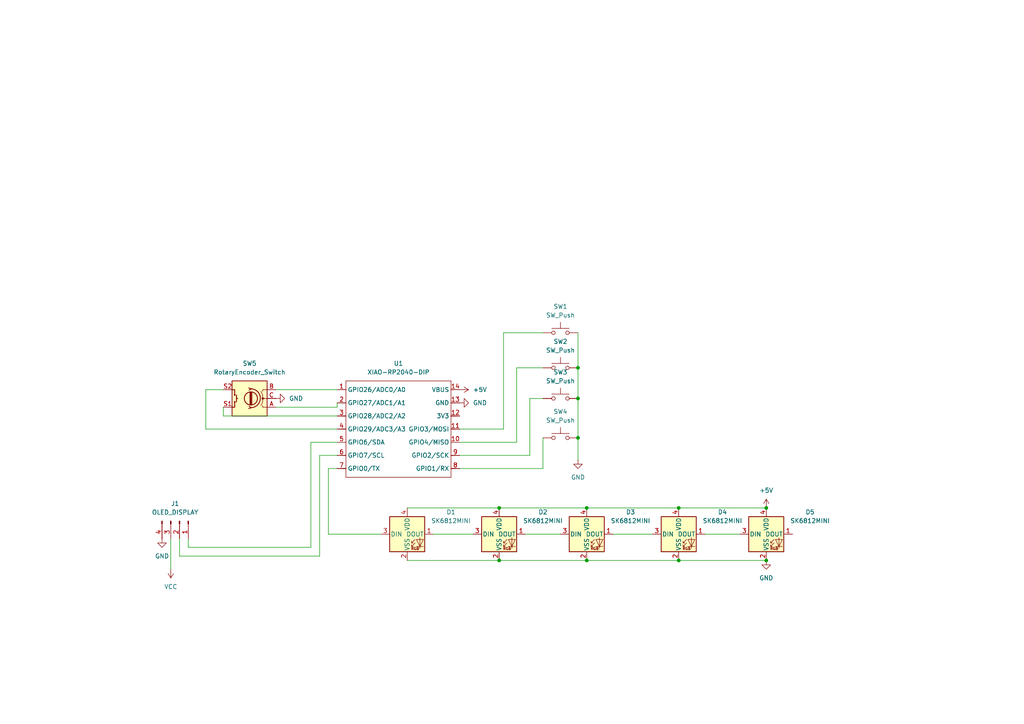
<source format=kicad_sch>
(kicad_sch
	(version 20250114)
	(generator "eeschema")
	(generator_version "9.0")
	(uuid "299ade81-7e4a-42d0-ac66-6d70931109b7")
	(paper "A4")
	(lib_symbols
		(symbol "Connector:Conn_01x04_Pin"
			(pin_names
				(offset 1.016)
				(hide yes)
			)
			(exclude_from_sim no)
			(in_bom yes)
			(on_board yes)
			(property "Reference" "J"
				(at 0 5.08 0)
				(effects
					(font
						(size 1.27 1.27)
					)
				)
			)
			(property "Value" "Conn_01x04_Pin"
				(at 0 -7.62 0)
				(effects
					(font
						(size 1.27 1.27)
					)
				)
			)
			(property "Footprint" ""
				(at 0 0 0)
				(effects
					(font
						(size 1.27 1.27)
					)
					(hide yes)
				)
			)
			(property "Datasheet" "~"
				(at 0 0 0)
				(effects
					(font
						(size 1.27 1.27)
					)
					(hide yes)
				)
			)
			(property "Description" "Generic connector, single row, 01x04, script generated"
				(at 0 0 0)
				(effects
					(font
						(size 1.27 1.27)
					)
					(hide yes)
				)
			)
			(property "ki_locked" ""
				(at 0 0 0)
				(effects
					(font
						(size 1.27 1.27)
					)
				)
			)
			(property "ki_keywords" "connector"
				(at 0 0 0)
				(effects
					(font
						(size 1.27 1.27)
					)
					(hide yes)
				)
			)
			(property "ki_fp_filters" "Connector*:*_1x??_*"
				(at 0 0 0)
				(effects
					(font
						(size 1.27 1.27)
					)
					(hide yes)
				)
			)
			(symbol "Conn_01x04_Pin_1_1"
				(rectangle
					(start 0.8636 2.667)
					(end 0 2.413)
					(stroke
						(width 0.1524)
						(type default)
					)
					(fill
						(type outline)
					)
				)
				(rectangle
					(start 0.8636 0.127)
					(end 0 -0.127)
					(stroke
						(width 0.1524)
						(type default)
					)
					(fill
						(type outline)
					)
				)
				(rectangle
					(start 0.8636 -2.413)
					(end 0 -2.667)
					(stroke
						(width 0.1524)
						(type default)
					)
					(fill
						(type outline)
					)
				)
				(rectangle
					(start 0.8636 -4.953)
					(end 0 -5.207)
					(stroke
						(width 0.1524)
						(type default)
					)
					(fill
						(type outline)
					)
				)
				(polyline
					(pts
						(xy 1.27 2.54) (xy 0.8636 2.54)
					)
					(stroke
						(width 0.1524)
						(type default)
					)
					(fill
						(type none)
					)
				)
				(polyline
					(pts
						(xy 1.27 0) (xy 0.8636 0)
					)
					(stroke
						(width 0.1524)
						(type default)
					)
					(fill
						(type none)
					)
				)
				(polyline
					(pts
						(xy 1.27 -2.54) (xy 0.8636 -2.54)
					)
					(stroke
						(width 0.1524)
						(type default)
					)
					(fill
						(type none)
					)
				)
				(polyline
					(pts
						(xy 1.27 -5.08) (xy 0.8636 -5.08)
					)
					(stroke
						(width 0.1524)
						(type default)
					)
					(fill
						(type none)
					)
				)
				(pin passive line
					(at 5.08 2.54 180)
					(length 3.81)
					(name "Pin_1"
						(effects
							(font
								(size 1.27 1.27)
							)
						)
					)
					(number "1"
						(effects
							(font
								(size 1.27 1.27)
							)
						)
					)
				)
				(pin passive line
					(at 5.08 0 180)
					(length 3.81)
					(name "Pin_2"
						(effects
							(font
								(size 1.27 1.27)
							)
						)
					)
					(number "2"
						(effects
							(font
								(size 1.27 1.27)
							)
						)
					)
				)
				(pin passive line
					(at 5.08 -2.54 180)
					(length 3.81)
					(name "Pin_3"
						(effects
							(font
								(size 1.27 1.27)
							)
						)
					)
					(number "3"
						(effects
							(font
								(size 1.27 1.27)
							)
						)
					)
				)
				(pin passive line
					(at 5.08 -5.08 180)
					(length 3.81)
					(name "Pin_4"
						(effects
							(font
								(size 1.27 1.27)
							)
						)
					)
					(number "4"
						(effects
							(font
								(size 1.27 1.27)
							)
						)
					)
				)
			)
			(embedded_fonts no)
		)
		(symbol "Device:RotaryEncoder_Switch"
			(pin_names
				(offset 0.254)
				(hide yes)
			)
			(exclude_from_sim no)
			(in_bom yes)
			(on_board yes)
			(property "Reference" "SW"
				(at 0 6.604 0)
				(effects
					(font
						(size 1.27 1.27)
					)
				)
			)
			(property "Value" "RotaryEncoder_Switch"
				(at 0 -6.604 0)
				(effects
					(font
						(size 1.27 1.27)
					)
				)
			)
			(property "Footprint" ""
				(at -3.81 4.064 0)
				(effects
					(font
						(size 1.27 1.27)
					)
					(hide yes)
				)
			)
			(property "Datasheet" "~"
				(at 0 6.604 0)
				(effects
					(font
						(size 1.27 1.27)
					)
					(hide yes)
				)
			)
			(property "Description" "Rotary encoder, dual channel, incremental quadrate outputs, with switch"
				(at 0 0 0)
				(effects
					(font
						(size 1.27 1.27)
					)
					(hide yes)
				)
			)
			(property "ki_keywords" "rotary switch encoder switch push button"
				(at 0 0 0)
				(effects
					(font
						(size 1.27 1.27)
					)
					(hide yes)
				)
			)
			(property "ki_fp_filters" "RotaryEncoder*Switch*"
				(at 0 0 0)
				(effects
					(font
						(size 1.27 1.27)
					)
					(hide yes)
				)
			)
			(symbol "RotaryEncoder_Switch_0_1"
				(rectangle
					(start -5.08 5.08)
					(end 5.08 -5.08)
					(stroke
						(width 0.254)
						(type default)
					)
					(fill
						(type background)
					)
				)
				(polyline
					(pts
						(xy -5.08 2.54) (xy -3.81 2.54) (xy -3.81 2.032)
					)
					(stroke
						(width 0)
						(type default)
					)
					(fill
						(type none)
					)
				)
				(polyline
					(pts
						(xy -5.08 0) (xy -3.81 0) (xy -3.81 -1.016) (xy -3.302 -2.032)
					)
					(stroke
						(width 0)
						(type default)
					)
					(fill
						(type none)
					)
				)
				(polyline
					(pts
						(xy -5.08 -2.54) (xy -3.81 -2.54) (xy -3.81 -2.032)
					)
					(stroke
						(width 0)
						(type default)
					)
					(fill
						(type none)
					)
				)
				(polyline
					(pts
						(xy -4.318 0) (xy -3.81 0) (xy -3.81 1.016) (xy -3.302 2.032)
					)
					(stroke
						(width 0)
						(type default)
					)
					(fill
						(type none)
					)
				)
				(circle
					(center -3.81 0)
					(radius 0.254)
					(stroke
						(width 0)
						(type default)
					)
					(fill
						(type outline)
					)
				)
				(polyline
					(pts
						(xy -0.635 -1.778) (xy -0.635 1.778)
					)
					(stroke
						(width 0.254)
						(type default)
					)
					(fill
						(type none)
					)
				)
				(circle
					(center -0.381 0)
					(radius 1.905)
					(stroke
						(width 0.254)
						(type default)
					)
					(fill
						(type none)
					)
				)
				(polyline
					(pts
						(xy -0.381 -1.778) (xy -0.381 1.778)
					)
					(stroke
						(width 0.254)
						(type default)
					)
					(fill
						(type none)
					)
				)
				(arc
					(start -0.381 -2.794)
					(mid -3.0988 -0.0635)
					(end -0.381 2.667)
					(stroke
						(width 0.254)
						(type default)
					)
					(fill
						(type none)
					)
				)
				(polyline
					(pts
						(xy -0.127 1.778) (xy -0.127 -1.778)
					)
					(stroke
						(width 0.254)
						(type default)
					)
					(fill
						(type none)
					)
				)
				(polyline
					(pts
						(xy 0.254 2.921) (xy -0.508 2.667) (xy 0.127 2.286)
					)
					(stroke
						(width 0.254)
						(type default)
					)
					(fill
						(type none)
					)
				)
				(polyline
					(pts
						(xy 0.254 -3.048) (xy -0.508 -2.794) (xy 0.127 -2.413)
					)
					(stroke
						(width 0.254)
						(type default)
					)
					(fill
						(type none)
					)
				)
				(polyline
					(pts
						(xy 3.81 1.016) (xy 3.81 -1.016)
					)
					(stroke
						(width 0.254)
						(type default)
					)
					(fill
						(type none)
					)
				)
				(polyline
					(pts
						(xy 3.81 0) (xy 3.429 0)
					)
					(stroke
						(width 0.254)
						(type default)
					)
					(fill
						(type none)
					)
				)
				(circle
					(center 4.318 1.016)
					(radius 0.127)
					(stroke
						(width 0.254)
						(type default)
					)
					(fill
						(type none)
					)
				)
				(circle
					(center 4.318 -1.016)
					(radius 0.127)
					(stroke
						(width 0.254)
						(type default)
					)
					(fill
						(type none)
					)
				)
				(polyline
					(pts
						(xy 5.08 2.54) (xy 4.318 2.54) (xy 4.318 1.016)
					)
					(stroke
						(width 0.254)
						(type default)
					)
					(fill
						(type none)
					)
				)
				(polyline
					(pts
						(xy 5.08 -2.54) (xy 4.318 -2.54) (xy 4.318 -1.016)
					)
					(stroke
						(width 0.254)
						(type default)
					)
					(fill
						(type none)
					)
				)
			)
			(symbol "RotaryEncoder_Switch_1_1"
				(pin passive line
					(at -7.62 2.54 0)
					(length 2.54)
					(name "A"
						(effects
							(font
								(size 1.27 1.27)
							)
						)
					)
					(number "A"
						(effects
							(font
								(size 1.27 1.27)
							)
						)
					)
				)
				(pin passive line
					(at -7.62 0 0)
					(length 2.54)
					(name "C"
						(effects
							(font
								(size 1.27 1.27)
							)
						)
					)
					(number "C"
						(effects
							(font
								(size 1.27 1.27)
							)
						)
					)
				)
				(pin passive line
					(at -7.62 -2.54 0)
					(length 2.54)
					(name "B"
						(effects
							(font
								(size 1.27 1.27)
							)
						)
					)
					(number "B"
						(effects
							(font
								(size 1.27 1.27)
							)
						)
					)
				)
				(pin passive line
					(at 7.62 2.54 180)
					(length 2.54)
					(name "S1"
						(effects
							(font
								(size 1.27 1.27)
							)
						)
					)
					(number "S1"
						(effects
							(font
								(size 1.27 1.27)
							)
						)
					)
				)
				(pin passive line
					(at 7.62 -2.54 180)
					(length 2.54)
					(name "S2"
						(effects
							(font
								(size 1.27 1.27)
							)
						)
					)
					(number "S2"
						(effects
							(font
								(size 1.27 1.27)
							)
						)
					)
				)
			)
			(embedded_fonts no)
		)
		(symbol "LED:SK6812MINI"
			(pin_names
				(offset 0.254)
			)
			(exclude_from_sim no)
			(in_bom yes)
			(on_board yes)
			(property "Reference" "D"
				(at 5.08 5.715 0)
				(effects
					(font
						(size 1.27 1.27)
					)
					(justify right bottom)
				)
			)
			(property "Value" "SK6812MINI"
				(at 1.27 -5.715 0)
				(effects
					(font
						(size 1.27 1.27)
					)
					(justify left top)
				)
			)
			(property "Footprint" "LED_SMD:LED_SK6812MINI_PLCC4_3.5x3.5mm_P1.75mm"
				(at 1.27 -7.62 0)
				(effects
					(font
						(size 1.27 1.27)
					)
					(justify left top)
					(hide yes)
				)
			)
			(property "Datasheet" "https://cdn-shop.adafruit.com/product-files/2686/SK6812MINI_REV.01-1-2.pdf"
				(at 2.54 -9.525 0)
				(effects
					(font
						(size 1.27 1.27)
					)
					(justify left top)
					(hide yes)
				)
			)
			(property "Description" "RGB LED with integrated controller"
				(at 0 0 0)
				(effects
					(font
						(size 1.27 1.27)
					)
					(hide yes)
				)
			)
			(property "ki_keywords" "RGB LED NeoPixel Mini addressable"
				(at 0 0 0)
				(effects
					(font
						(size 1.27 1.27)
					)
					(hide yes)
				)
			)
			(property "ki_fp_filters" "LED*SK6812MINI*PLCC*3.5x3.5mm*P1.75mm*"
				(at 0 0 0)
				(effects
					(font
						(size 1.27 1.27)
					)
					(hide yes)
				)
			)
			(symbol "SK6812MINI_0_0"
				(text "RGB"
					(at 2.286 -4.191 0)
					(effects
						(font
							(size 0.762 0.762)
						)
					)
				)
			)
			(symbol "SK6812MINI_0_1"
				(polyline
					(pts
						(xy 1.27 -2.54) (xy 1.778 -2.54)
					)
					(stroke
						(width 0)
						(type default)
					)
					(fill
						(type none)
					)
				)
				(polyline
					(pts
						(xy 1.27 -3.556) (xy 1.778 -3.556)
					)
					(stroke
						(width 0)
						(type default)
					)
					(fill
						(type none)
					)
				)
				(polyline
					(pts
						(xy 2.286 -1.524) (xy 1.27 -2.54) (xy 1.27 -2.032)
					)
					(stroke
						(width 0)
						(type default)
					)
					(fill
						(type none)
					)
				)
				(polyline
					(pts
						(xy 2.286 -2.54) (xy 1.27 -3.556) (xy 1.27 -3.048)
					)
					(stroke
						(width 0)
						(type default)
					)
					(fill
						(type none)
					)
				)
				(polyline
					(pts
						(xy 3.683 -1.016) (xy 3.683 -3.556) (xy 3.683 -4.064)
					)
					(stroke
						(width 0)
						(type default)
					)
					(fill
						(type none)
					)
				)
				(polyline
					(pts
						(xy 4.699 -1.524) (xy 2.667 -1.524) (xy 3.683 -3.556) (xy 4.699 -1.524)
					)
					(stroke
						(width 0)
						(type default)
					)
					(fill
						(type none)
					)
				)
				(polyline
					(pts
						(xy 4.699 -3.556) (xy 2.667 -3.556)
					)
					(stroke
						(width 0)
						(type default)
					)
					(fill
						(type none)
					)
				)
				(rectangle
					(start 5.08 5.08)
					(end -5.08 -5.08)
					(stroke
						(width 0.254)
						(type default)
					)
					(fill
						(type background)
					)
				)
			)
			(symbol "SK6812MINI_1_1"
				(pin input line
					(at -7.62 0 0)
					(length 2.54)
					(name "DIN"
						(effects
							(font
								(size 1.27 1.27)
							)
						)
					)
					(number "3"
						(effects
							(font
								(size 1.27 1.27)
							)
						)
					)
				)
				(pin power_in line
					(at 0 7.62 270)
					(length 2.54)
					(name "VDD"
						(effects
							(font
								(size 1.27 1.27)
							)
						)
					)
					(number "4"
						(effects
							(font
								(size 1.27 1.27)
							)
						)
					)
				)
				(pin power_in line
					(at 0 -7.62 90)
					(length 2.54)
					(name "VSS"
						(effects
							(font
								(size 1.27 1.27)
							)
						)
					)
					(number "2"
						(effects
							(font
								(size 1.27 1.27)
							)
						)
					)
				)
				(pin output line
					(at 7.62 0 180)
					(length 2.54)
					(name "DOUT"
						(effects
							(font
								(size 1.27 1.27)
							)
						)
					)
					(number "1"
						(effects
							(font
								(size 1.27 1.27)
							)
						)
					)
				)
			)
			(embedded_fonts no)
		)
		(symbol "Opl Library:XIAO-RP2040-DIP"
			(exclude_from_sim no)
			(in_bom yes)
			(on_board yes)
			(property "Reference" "U"
				(at 0 0 0)
				(effects
					(font
						(size 1.27 1.27)
					)
				)
			)
			(property "Value" "XIAO-RP2040-DIP"
				(at 5.334 -1.778 0)
				(effects
					(font
						(size 1.27 1.27)
					)
				)
			)
			(property "Footprint" "Module:MOUDLE14P-XIAO-DIP-SMD"
				(at 14.478 -32.258 0)
				(effects
					(font
						(size 1.27 1.27)
					)
					(hide yes)
				)
			)
			(property "Datasheet" ""
				(at 0 0 0)
				(effects
					(font
						(size 1.27 1.27)
					)
					(hide yes)
				)
			)
			(property "Description" ""
				(at 0 0 0)
				(effects
					(font
						(size 1.27 1.27)
					)
					(hide yes)
				)
			)
			(symbol "XIAO-RP2040-DIP_1_0"
				(polyline
					(pts
						(xy -1.27 -2.54) (xy 29.21 -2.54)
					)
					(stroke
						(width 0.1524)
						(type solid)
					)
					(fill
						(type none)
					)
				)
				(polyline
					(pts
						(xy -1.27 -5.08) (xy -2.54 -5.08)
					)
					(stroke
						(width 0.1524)
						(type solid)
					)
					(fill
						(type none)
					)
				)
				(polyline
					(pts
						(xy -1.27 -5.08) (xy -1.27 -2.54)
					)
					(stroke
						(width 0.1524)
						(type solid)
					)
					(fill
						(type none)
					)
				)
				(polyline
					(pts
						(xy -1.27 -8.89) (xy -2.54 -8.89)
					)
					(stroke
						(width 0.1524)
						(type solid)
					)
					(fill
						(type none)
					)
				)
				(polyline
					(pts
						(xy -1.27 -8.89) (xy -1.27 -5.08)
					)
					(stroke
						(width 0.1524)
						(type solid)
					)
					(fill
						(type none)
					)
				)
				(polyline
					(pts
						(xy -1.27 -12.7) (xy -2.54 -12.7)
					)
					(stroke
						(width 0.1524)
						(type solid)
					)
					(fill
						(type none)
					)
				)
				(polyline
					(pts
						(xy -1.27 -12.7) (xy -1.27 -8.89)
					)
					(stroke
						(width 0.1524)
						(type solid)
					)
					(fill
						(type none)
					)
				)
				(polyline
					(pts
						(xy -1.27 -16.51) (xy -2.54 -16.51)
					)
					(stroke
						(width 0.1524)
						(type solid)
					)
					(fill
						(type none)
					)
				)
				(polyline
					(pts
						(xy -1.27 -16.51) (xy -1.27 -12.7)
					)
					(stroke
						(width 0.1524)
						(type solid)
					)
					(fill
						(type none)
					)
				)
				(polyline
					(pts
						(xy -1.27 -20.32) (xy -2.54 -20.32)
					)
					(stroke
						(width 0.1524)
						(type solid)
					)
					(fill
						(type none)
					)
				)
				(polyline
					(pts
						(xy -1.27 -24.13) (xy -2.54 -24.13)
					)
					(stroke
						(width 0.1524)
						(type solid)
					)
					(fill
						(type none)
					)
				)
				(polyline
					(pts
						(xy -1.27 -27.94) (xy -2.54 -27.94)
					)
					(stroke
						(width 0.1524)
						(type solid)
					)
					(fill
						(type none)
					)
				)
				(polyline
					(pts
						(xy -1.27 -30.48) (xy -1.27 -16.51)
					)
					(stroke
						(width 0.1524)
						(type solid)
					)
					(fill
						(type none)
					)
				)
				(polyline
					(pts
						(xy 29.21 -2.54) (xy 29.21 -5.08)
					)
					(stroke
						(width 0.1524)
						(type solid)
					)
					(fill
						(type none)
					)
				)
				(polyline
					(pts
						(xy 29.21 -5.08) (xy 29.21 -8.89)
					)
					(stroke
						(width 0.1524)
						(type solid)
					)
					(fill
						(type none)
					)
				)
				(polyline
					(pts
						(xy 29.21 -8.89) (xy 29.21 -12.7)
					)
					(stroke
						(width 0.1524)
						(type solid)
					)
					(fill
						(type none)
					)
				)
				(polyline
					(pts
						(xy 29.21 -12.7) (xy 29.21 -30.48)
					)
					(stroke
						(width 0.1524)
						(type solid)
					)
					(fill
						(type none)
					)
				)
				(polyline
					(pts
						(xy 29.21 -30.48) (xy -1.27 -30.48)
					)
					(stroke
						(width 0.1524)
						(type solid)
					)
					(fill
						(type none)
					)
				)
				(polyline
					(pts
						(xy 30.48 -5.08) (xy 29.21 -5.08)
					)
					(stroke
						(width 0.1524)
						(type solid)
					)
					(fill
						(type none)
					)
				)
				(polyline
					(pts
						(xy 30.48 -8.89) (xy 29.21 -8.89)
					)
					(stroke
						(width 0.1524)
						(type solid)
					)
					(fill
						(type none)
					)
				)
				(polyline
					(pts
						(xy 30.48 -12.7) (xy 29.21 -12.7)
					)
					(stroke
						(width 0.1524)
						(type solid)
					)
					(fill
						(type none)
					)
				)
				(polyline
					(pts
						(xy 30.48 -16.51) (xy 29.21 -16.51)
					)
					(stroke
						(width 0.1524)
						(type solid)
					)
					(fill
						(type none)
					)
				)
				(polyline
					(pts
						(xy 30.48 -20.32) (xy 29.21 -20.32)
					)
					(stroke
						(width 0.1524)
						(type solid)
					)
					(fill
						(type none)
					)
				)
				(polyline
					(pts
						(xy 30.48 -24.13) (xy 29.21 -24.13)
					)
					(stroke
						(width 0.1524)
						(type solid)
					)
					(fill
						(type none)
					)
				)
				(polyline
					(pts
						(xy 30.48 -27.94) (xy 29.21 -27.94)
					)
					(stroke
						(width 0.1524)
						(type solid)
					)
					(fill
						(type none)
					)
				)
				(pin passive line
					(at -3.81 -5.08 0)
					(length 2.54)
					(name "GPIO26/ADC0/A0"
						(effects
							(font
								(size 1.27 1.27)
							)
						)
					)
					(number "1"
						(effects
							(font
								(size 1.27 1.27)
							)
						)
					)
				)
				(pin passive line
					(at -3.81 -8.89 0)
					(length 2.54)
					(name "GPIO27/ADC1/A1"
						(effects
							(font
								(size 1.27 1.27)
							)
						)
					)
					(number "2"
						(effects
							(font
								(size 1.27 1.27)
							)
						)
					)
				)
				(pin passive line
					(at -3.81 -12.7 0)
					(length 2.54)
					(name "GPIO28/ADC2/A2"
						(effects
							(font
								(size 1.27 1.27)
							)
						)
					)
					(number "3"
						(effects
							(font
								(size 1.27 1.27)
							)
						)
					)
				)
				(pin passive line
					(at -3.81 -16.51 0)
					(length 2.54)
					(name "GPIO29/ADC3/A3"
						(effects
							(font
								(size 1.27 1.27)
							)
						)
					)
					(number "4"
						(effects
							(font
								(size 1.27 1.27)
							)
						)
					)
				)
				(pin passive line
					(at -3.81 -20.32 0)
					(length 2.54)
					(name "GPIO6/SDA"
						(effects
							(font
								(size 1.27 1.27)
							)
						)
					)
					(number "5"
						(effects
							(font
								(size 1.27 1.27)
							)
						)
					)
				)
				(pin passive line
					(at -3.81 -24.13 0)
					(length 2.54)
					(name "GPIO7/SCL"
						(effects
							(font
								(size 1.27 1.27)
							)
						)
					)
					(number "6"
						(effects
							(font
								(size 1.27 1.27)
							)
						)
					)
				)
				(pin passive line
					(at -3.81 -27.94 0)
					(length 2.54)
					(name "GPIO0/TX"
						(effects
							(font
								(size 1.27 1.27)
							)
						)
					)
					(number "7"
						(effects
							(font
								(size 1.27 1.27)
							)
						)
					)
				)
				(pin passive line
					(at 31.75 -5.08 180)
					(length 2.54)
					(name "VBUS"
						(effects
							(font
								(size 1.27 1.27)
							)
						)
					)
					(number "14"
						(effects
							(font
								(size 1.27 1.27)
							)
						)
					)
				)
				(pin passive line
					(at 31.75 -8.89 180)
					(length 2.54)
					(name "GND"
						(effects
							(font
								(size 1.27 1.27)
							)
						)
					)
					(number "13"
						(effects
							(font
								(size 1.27 1.27)
							)
						)
					)
				)
				(pin passive line
					(at 31.75 -12.7 180)
					(length 2.54)
					(name "3V3"
						(effects
							(font
								(size 1.27 1.27)
							)
						)
					)
					(number "12"
						(effects
							(font
								(size 1.27 1.27)
							)
						)
					)
				)
				(pin passive line
					(at 31.75 -16.51 180)
					(length 2.54)
					(name "GPIO3/MOSI"
						(effects
							(font
								(size 1.27 1.27)
							)
						)
					)
					(number "11"
						(effects
							(font
								(size 1.27 1.27)
							)
						)
					)
				)
				(pin passive line
					(at 31.75 -20.32 180)
					(length 2.54)
					(name "GPIO4/MISO"
						(effects
							(font
								(size 1.27 1.27)
							)
						)
					)
					(number "10"
						(effects
							(font
								(size 1.27 1.27)
							)
						)
					)
				)
				(pin passive line
					(at 31.75 -24.13 180)
					(length 2.54)
					(name "GPIO2/SCK"
						(effects
							(font
								(size 1.27 1.27)
							)
						)
					)
					(number "9"
						(effects
							(font
								(size 1.27 1.27)
							)
						)
					)
				)
				(pin passive line
					(at 31.75 -27.94 180)
					(length 2.54)
					(name "GPIO1/RX"
						(effects
							(font
								(size 1.27 1.27)
							)
						)
					)
					(number "8"
						(effects
							(font
								(size 1.27 1.27)
							)
						)
					)
				)
			)
			(embedded_fonts no)
		)
		(symbol "Switch:SW_Push"
			(pin_numbers
				(hide yes)
			)
			(pin_names
				(offset 1.016)
				(hide yes)
			)
			(exclude_from_sim no)
			(in_bom yes)
			(on_board yes)
			(property "Reference" "SW"
				(at 1.27 2.54 0)
				(effects
					(font
						(size 1.27 1.27)
					)
					(justify left)
				)
			)
			(property "Value" "SW_Push"
				(at 0 -1.524 0)
				(effects
					(font
						(size 1.27 1.27)
					)
				)
			)
			(property "Footprint" ""
				(at 0 5.08 0)
				(effects
					(font
						(size 1.27 1.27)
					)
					(hide yes)
				)
			)
			(property "Datasheet" "~"
				(at 0 5.08 0)
				(effects
					(font
						(size 1.27 1.27)
					)
					(hide yes)
				)
			)
			(property "Description" "Push button switch, generic, two pins"
				(at 0 0 0)
				(effects
					(font
						(size 1.27 1.27)
					)
					(hide yes)
				)
			)
			(property "ki_keywords" "switch normally-open pushbutton push-button"
				(at 0 0 0)
				(effects
					(font
						(size 1.27 1.27)
					)
					(hide yes)
				)
			)
			(symbol "SW_Push_0_1"
				(circle
					(center -2.032 0)
					(radius 0.508)
					(stroke
						(width 0)
						(type default)
					)
					(fill
						(type none)
					)
				)
				(polyline
					(pts
						(xy 0 1.27) (xy 0 3.048)
					)
					(stroke
						(width 0)
						(type default)
					)
					(fill
						(type none)
					)
				)
				(circle
					(center 2.032 0)
					(radius 0.508)
					(stroke
						(width 0)
						(type default)
					)
					(fill
						(type none)
					)
				)
				(polyline
					(pts
						(xy 2.54 1.27) (xy -2.54 1.27)
					)
					(stroke
						(width 0)
						(type default)
					)
					(fill
						(type none)
					)
				)
				(pin passive line
					(at -5.08 0 0)
					(length 2.54)
					(name "1"
						(effects
							(font
								(size 1.27 1.27)
							)
						)
					)
					(number "1"
						(effects
							(font
								(size 1.27 1.27)
							)
						)
					)
				)
				(pin passive line
					(at 5.08 0 180)
					(length 2.54)
					(name "2"
						(effects
							(font
								(size 1.27 1.27)
							)
						)
					)
					(number "2"
						(effects
							(font
								(size 1.27 1.27)
							)
						)
					)
				)
			)
			(embedded_fonts no)
		)
		(symbol "power:+5V"
			(power)
			(pin_numbers
				(hide yes)
			)
			(pin_names
				(offset 0)
				(hide yes)
			)
			(exclude_from_sim no)
			(in_bom yes)
			(on_board yes)
			(property "Reference" "#PWR"
				(at 0 -3.81 0)
				(effects
					(font
						(size 1.27 1.27)
					)
					(hide yes)
				)
			)
			(property "Value" "+5V"
				(at 0 3.556 0)
				(effects
					(font
						(size 1.27 1.27)
					)
				)
			)
			(property "Footprint" ""
				(at 0 0 0)
				(effects
					(font
						(size 1.27 1.27)
					)
					(hide yes)
				)
			)
			(property "Datasheet" ""
				(at 0 0 0)
				(effects
					(font
						(size 1.27 1.27)
					)
					(hide yes)
				)
			)
			(property "Description" "Power symbol creates a global label with name \"+5V\""
				(at 0 0 0)
				(effects
					(font
						(size 1.27 1.27)
					)
					(hide yes)
				)
			)
			(property "ki_keywords" "global power"
				(at 0 0 0)
				(effects
					(font
						(size 1.27 1.27)
					)
					(hide yes)
				)
			)
			(symbol "+5V_0_1"
				(polyline
					(pts
						(xy -0.762 1.27) (xy 0 2.54)
					)
					(stroke
						(width 0)
						(type default)
					)
					(fill
						(type none)
					)
				)
				(polyline
					(pts
						(xy 0 2.54) (xy 0.762 1.27)
					)
					(stroke
						(width 0)
						(type default)
					)
					(fill
						(type none)
					)
				)
				(polyline
					(pts
						(xy 0 0) (xy 0 2.54)
					)
					(stroke
						(width 0)
						(type default)
					)
					(fill
						(type none)
					)
				)
			)
			(symbol "+5V_1_1"
				(pin power_in line
					(at 0 0 90)
					(length 0)
					(name "~"
						(effects
							(font
								(size 1.27 1.27)
							)
						)
					)
					(number "1"
						(effects
							(font
								(size 1.27 1.27)
							)
						)
					)
				)
			)
			(embedded_fonts no)
		)
		(symbol "power:GND"
			(power)
			(pin_numbers
				(hide yes)
			)
			(pin_names
				(offset 0)
				(hide yes)
			)
			(exclude_from_sim no)
			(in_bom yes)
			(on_board yes)
			(property "Reference" "#PWR"
				(at 0 -6.35 0)
				(effects
					(font
						(size 1.27 1.27)
					)
					(hide yes)
				)
			)
			(property "Value" "GND"
				(at 0 -3.81 0)
				(effects
					(font
						(size 1.27 1.27)
					)
				)
			)
			(property "Footprint" ""
				(at 0 0 0)
				(effects
					(font
						(size 1.27 1.27)
					)
					(hide yes)
				)
			)
			(property "Datasheet" ""
				(at 0 0 0)
				(effects
					(font
						(size 1.27 1.27)
					)
					(hide yes)
				)
			)
			(property "Description" "Power symbol creates a global label with name \"GND\" , ground"
				(at 0 0 0)
				(effects
					(font
						(size 1.27 1.27)
					)
					(hide yes)
				)
			)
			(property "ki_keywords" "global power"
				(at 0 0 0)
				(effects
					(font
						(size 1.27 1.27)
					)
					(hide yes)
				)
			)
			(symbol "GND_0_1"
				(polyline
					(pts
						(xy 0 0) (xy 0 -1.27) (xy 1.27 -1.27) (xy 0 -2.54) (xy -1.27 -1.27) (xy 0 -1.27)
					)
					(stroke
						(width 0)
						(type default)
					)
					(fill
						(type none)
					)
				)
			)
			(symbol "GND_1_1"
				(pin power_in line
					(at 0 0 270)
					(length 0)
					(name "~"
						(effects
							(font
								(size 1.27 1.27)
							)
						)
					)
					(number "1"
						(effects
							(font
								(size 1.27 1.27)
							)
						)
					)
				)
			)
			(embedded_fonts no)
		)
		(symbol "power:VCC"
			(power)
			(pin_numbers
				(hide yes)
			)
			(pin_names
				(offset 0)
				(hide yes)
			)
			(exclude_from_sim no)
			(in_bom yes)
			(on_board yes)
			(property "Reference" "#PWR"
				(at 0 -3.81 0)
				(effects
					(font
						(size 1.27 1.27)
					)
					(hide yes)
				)
			)
			(property "Value" "VCC"
				(at 0 3.556 0)
				(effects
					(font
						(size 1.27 1.27)
					)
				)
			)
			(property "Footprint" ""
				(at 0 0 0)
				(effects
					(font
						(size 1.27 1.27)
					)
					(hide yes)
				)
			)
			(property "Datasheet" ""
				(at 0 0 0)
				(effects
					(font
						(size 1.27 1.27)
					)
					(hide yes)
				)
			)
			(property "Description" "Power symbol creates a global label with name \"VCC\""
				(at 0 0 0)
				(effects
					(font
						(size 1.27 1.27)
					)
					(hide yes)
				)
			)
			(property "ki_keywords" "global power"
				(at 0 0 0)
				(effects
					(font
						(size 1.27 1.27)
					)
					(hide yes)
				)
			)
			(symbol "VCC_0_1"
				(polyline
					(pts
						(xy -0.762 1.27) (xy 0 2.54)
					)
					(stroke
						(width 0)
						(type default)
					)
					(fill
						(type none)
					)
				)
				(polyline
					(pts
						(xy 0 2.54) (xy 0.762 1.27)
					)
					(stroke
						(width 0)
						(type default)
					)
					(fill
						(type none)
					)
				)
				(polyline
					(pts
						(xy 0 0) (xy 0 2.54)
					)
					(stroke
						(width 0)
						(type default)
					)
					(fill
						(type none)
					)
				)
			)
			(symbol "VCC_1_1"
				(pin power_in line
					(at 0 0 90)
					(length 0)
					(name "~"
						(effects
							(font
								(size 1.27 1.27)
							)
						)
					)
					(number "1"
						(effects
							(font
								(size 1.27 1.27)
							)
						)
					)
				)
			)
			(embedded_fonts no)
		)
	)
	(junction
		(at 170.18 162.56)
		(diameter 0)
		(color 0 0 0 0)
		(uuid "109e3429-2e56-4eb1-8ca0-f3dc8c1fb13f")
	)
	(junction
		(at 196.85 162.56)
		(diameter 0)
		(color 0 0 0 0)
		(uuid "484e6e69-f472-41c3-99a2-2018f18d868c")
	)
	(junction
		(at 196.85 147.32)
		(diameter 0)
		(color 0 0 0 0)
		(uuid "558c3d7c-c99d-4307-b947-8134a9e56885")
	)
	(junction
		(at 222.25 147.32)
		(diameter 0)
		(color 0 0 0 0)
		(uuid "71b490cd-75fd-40a1-8553-cb80d0def565")
	)
	(junction
		(at 167.64 127)
		(diameter 0)
		(color 0 0 0 0)
		(uuid "8c2d9a63-a204-47e7-8dd2-b0136e2cbea1")
	)
	(junction
		(at 167.64 106.68)
		(diameter 0)
		(color 0 0 0 0)
		(uuid "8d40ad8b-0762-4d56-b9d6-3a6b5b1d7322")
	)
	(junction
		(at 170.18 147.32)
		(diameter 0)
		(color 0 0 0 0)
		(uuid "957fb526-0a25-4894-8fdb-2a9191639a92")
	)
	(junction
		(at 167.64 115.57)
		(diameter 0)
		(color 0 0 0 0)
		(uuid "d7010ff4-175e-42cc-848b-354b8fbdb8c3")
	)
	(junction
		(at 222.25 162.56)
		(diameter 0)
		(color 0 0 0 0)
		(uuid "e8156aea-cf16-4ec9-9fca-88d0a6c47dcf")
	)
	(junction
		(at 144.78 162.56)
		(diameter 0)
		(color 0 0 0 0)
		(uuid "e91e7500-6921-465d-baa5-3c8f2478de6c")
	)
	(junction
		(at 144.78 147.32)
		(diameter 0)
		(color 0 0 0 0)
		(uuid "f1b4e90e-177f-404b-b7d4-fd4dbc4a5f90")
	)
	(wire
		(pts
			(xy 196.85 162.56) (xy 222.25 162.56)
		)
		(stroke
			(width 0)
			(type default)
		)
		(uuid "01378145-1267-4777-8e1d-b338e629c5d7")
	)
	(wire
		(pts
			(xy 133.35 124.46) (xy 146.05 124.46)
		)
		(stroke
			(width 0)
			(type default)
		)
		(uuid "1117aa35-ebc7-46cd-ad98-e67b0216e741")
	)
	(wire
		(pts
			(xy 144.78 162.56) (xy 170.18 162.56)
		)
		(stroke
			(width 0)
			(type default)
		)
		(uuid "1a4a4411-2fed-4bea-9358-80f6eb76afad")
	)
	(wire
		(pts
			(xy 153.67 132.08) (xy 153.67 115.57)
		)
		(stroke
			(width 0)
			(type default)
		)
		(uuid "25e1a62c-fee4-4893-a37e-effe59840253")
	)
	(wire
		(pts
			(xy 92.71 161.29) (xy 92.71 132.08)
		)
		(stroke
			(width 0)
			(type default)
		)
		(uuid "28470593-ac92-43bf-90fe-bdcf13e1bc2f")
	)
	(wire
		(pts
			(xy 64.77 118.11) (xy 64.77 120.65)
		)
		(stroke
			(width 0)
			(type default)
		)
		(uuid "2bf29c3b-ed89-478e-a670-b58df31f89de")
	)
	(wire
		(pts
			(xy 80.01 113.03) (xy 97.79 113.03)
		)
		(stroke
			(width 0)
			(type default)
		)
		(uuid "33709377-d8e8-4f18-8008-0b3132cbd54a")
	)
	(wire
		(pts
			(xy 118.11 162.56) (xy 144.78 162.56)
		)
		(stroke
			(width 0)
			(type default)
		)
		(uuid "33989043-bf97-495a-a028-806572ba4315")
	)
	(wire
		(pts
			(xy 167.64 106.68) (xy 167.64 115.57)
		)
		(stroke
			(width 0)
			(type default)
		)
		(uuid "3ebbca22-6e5b-4e09-8f47-d2e0bc49c702")
	)
	(wire
		(pts
			(xy 222.25 147.32) (xy 196.85 147.32)
		)
		(stroke
			(width 0)
			(type default)
		)
		(uuid "45a98143-974d-4d78-8aca-b6298f7f52cc")
	)
	(wire
		(pts
			(xy 110.49 154.94) (xy 95.25 154.94)
		)
		(stroke
			(width 0)
			(type default)
		)
		(uuid "47245d21-d399-40f1-bea7-281118a9e651")
	)
	(wire
		(pts
			(xy 92.71 132.08) (xy 97.79 132.08)
		)
		(stroke
			(width 0)
			(type default)
		)
		(uuid "4b9ae0f6-e928-44dd-8e60-54fc11093394")
	)
	(wire
		(pts
			(xy 49.53 165.1) (xy 49.53 156.21)
		)
		(stroke
			(width 0)
			(type default)
		)
		(uuid "4d6c434c-7ce4-4bc9-b63c-9f834d41f1b0")
	)
	(wire
		(pts
			(xy 52.07 161.29) (xy 92.71 161.29)
		)
		(stroke
			(width 0)
			(type default)
		)
		(uuid "5004b539-e62a-4ef4-b45c-4c10c28d8dec")
	)
	(wire
		(pts
			(xy 59.69 113.03) (xy 59.69 124.46)
		)
		(stroke
			(width 0)
			(type default)
		)
		(uuid "53634e52-2ded-44e5-bece-8dbc164871c4")
	)
	(wire
		(pts
			(xy 170.18 147.32) (xy 196.85 147.32)
		)
		(stroke
			(width 0)
			(type default)
		)
		(uuid "5b47e32b-2861-4d65-a7ee-0eae9c2f5c28")
	)
	(wire
		(pts
			(xy 125.73 154.94) (xy 137.16 154.94)
		)
		(stroke
			(width 0)
			(type default)
		)
		(uuid "5fc1060c-c677-4427-bade-7265fa1e997d")
	)
	(wire
		(pts
			(xy 95.25 135.89) (xy 97.79 135.89)
		)
		(stroke
			(width 0)
			(type default)
		)
		(uuid "6a5f0125-abb6-485f-b868-50a3ee393972")
	)
	(wire
		(pts
			(xy 170.18 147.32) (xy 144.78 147.32)
		)
		(stroke
			(width 0)
			(type default)
		)
		(uuid "6aa13d68-104d-4423-a186-9727f58b17f1")
	)
	(wire
		(pts
			(xy 90.17 158.75) (xy 90.17 128.27)
		)
		(stroke
			(width 0)
			(type default)
		)
		(uuid "6aa1a286-dc96-4e27-b8ed-458e1367d0c7")
	)
	(wire
		(pts
			(xy 64.77 120.65) (xy 97.79 120.65)
		)
		(stroke
			(width 0)
			(type default)
		)
		(uuid "7724e1ae-a0cd-4560-a986-d817294fa4c9")
	)
	(wire
		(pts
			(xy 118.11 147.32) (xy 144.78 147.32)
		)
		(stroke
			(width 0)
			(type default)
		)
		(uuid "79686361-7af8-4317-85e3-035903799602")
	)
	(wire
		(pts
			(xy 52.07 156.21) (xy 52.07 161.29)
		)
		(stroke
			(width 0)
			(type default)
		)
		(uuid "7ee9b003-ee61-4d4e-82f3-a46a87c93fa5")
	)
	(wire
		(pts
			(xy 149.86 128.27) (xy 149.86 106.68)
		)
		(stroke
			(width 0)
			(type default)
		)
		(uuid "7f1ff3d6-1109-4615-814c-19f697bc421d")
	)
	(wire
		(pts
			(xy 170.18 162.56) (xy 196.85 162.56)
		)
		(stroke
			(width 0)
			(type default)
		)
		(uuid "80036b15-bbd8-4d4f-a6ef-12ccb177e721")
	)
	(wire
		(pts
			(xy 133.35 135.89) (xy 157.48 135.89)
		)
		(stroke
			(width 0)
			(type default)
		)
		(uuid "82b17d52-73a0-4493-9967-1c7372a06c91")
	)
	(wire
		(pts
			(xy 80.01 118.11) (xy 97.79 118.11)
		)
		(stroke
			(width 0)
			(type default)
		)
		(uuid "85277529-253f-48e1-af05-e0df8446cbf0")
	)
	(wire
		(pts
			(xy 95.25 154.94) (xy 95.25 135.89)
		)
		(stroke
			(width 0)
			(type default)
		)
		(uuid "95237829-cd75-43e2-90dc-f4e8f4ddb7df")
	)
	(wire
		(pts
			(xy 149.86 106.68) (xy 157.48 106.68)
		)
		(stroke
			(width 0)
			(type default)
		)
		(uuid "965dc65f-a26d-4af0-8df4-49f4c4bc00e5")
	)
	(wire
		(pts
			(xy 54.61 158.75) (xy 90.17 158.75)
		)
		(stroke
			(width 0)
			(type default)
		)
		(uuid "984bc55c-4eec-4096-9b5d-feb25f40dd44")
	)
	(wire
		(pts
			(xy 64.77 113.03) (xy 59.69 113.03)
		)
		(stroke
			(width 0)
			(type default)
		)
		(uuid "9d4bc776-8c3d-4a21-88d3-78dfb69da99f")
	)
	(wire
		(pts
			(xy 167.64 96.52) (xy 167.64 106.68)
		)
		(stroke
			(width 0)
			(type default)
		)
		(uuid "a85acdab-8328-47d2-9f1d-951e8f8509fc")
	)
	(wire
		(pts
			(xy 54.61 156.21) (xy 54.61 158.75)
		)
		(stroke
			(width 0)
			(type default)
		)
		(uuid "b92748ce-fd16-401e-afe2-0d7f3f297545")
	)
	(wire
		(pts
			(xy 133.35 132.08) (xy 153.67 132.08)
		)
		(stroke
			(width 0)
			(type default)
		)
		(uuid "bb353277-770b-4267-b8da-3d34d8e93fb1")
	)
	(wire
		(pts
			(xy 167.64 115.57) (xy 167.64 127)
		)
		(stroke
			(width 0)
			(type default)
		)
		(uuid "c4962db2-9643-443b-b2b0-c14fb49488c1")
	)
	(wire
		(pts
			(xy 167.64 127) (xy 167.64 133.35)
		)
		(stroke
			(width 0)
			(type default)
		)
		(uuid "cd2fca86-efa9-4f99-b2fe-d27c623048f7")
	)
	(wire
		(pts
			(xy 133.35 128.27) (xy 149.86 128.27)
		)
		(stroke
			(width 0)
			(type default)
		)
		(uuid "d6ff192f-4906-42f4-86c9-1ec1b0333132")
	)
	(wire
		(pts
			(xy 146.05 124.46) (xy 146.05 96.52)
		)
		(stroke
			(width 0)
			(type default)
		)
		(uuid "da5054d8-182e-428e-af1f-d3f4a29eb706")
	)
	(wire
		(pts
			(xy 59.69 124.46) (xy 97.79 124.46)
		)
		(stroke
			(width 0)
			(type default)
		)
		(uuid "dac105b7-e62e-43a0-a2ac-828956d5c556")
	)
	(wire
		(pts
			(xy 90.17 128.27) (xy 97.79 128.27)
		)
		(stroke
			(width 0)
			(type default)
		)
		(uuid "e20ac216-3f35-4738-a316-99fc873e7828")
	)
	(wire
		(pts
			(xy 97.79 118.11) (xy 97.79 116.84)
		)
		(stroke
			(width 0)
			(type default)
		)
		(uuid "e2ed2e02-0263-401e-9b17-25c5dde958c9")
	)
	(wire
		(pts
			(xy 204.47 154.94) (xy 214.63 154.94)
		)
		(stroke
			(width 0)
			(type default)
		)
		(uuid "e667b2e0-838b-4b9b-8622-2c6d9e7d3404")
	)
	(wire
		(pts
			(xy 157.48 135.89) (xy 157.48 127)
		)
		(stroke
			(width 0)
			(type default)
		)
		(uuid "f3f1f909-fab9-4dd4-8643-f9a40a8f2445")
	)
	(wire
		(pts
			(xy 177.8 154.94) (xy 189.23 154.94)
		)
		(stroke
			(width 0)
			(type default)
		)
		(uuid "f4bec66f-e6d9-4a77-8f5a-7d95ede8ed89")
	)
	(wire
		(pts
			(xy 153.67 115.57) (xy 157.48 115.57)
		)
		(stroke
			(width 0)
			(type default)
		)
		(uuid "fc8c6bb3-e2f6-440c-9c69-3f941c49f6dd")
	)
	(wire
		(pts
			(xy 146.05 96.52) (xy 157.48 96.52)
		)
		(stroke
			(width 0)
			(type default)
		)
		(uuid "fc97a86d-1012-41f4-aad2-13ef38a5ab0b")
	)
	(wire
		(pts
			(xy 152.4 154.94) (xy 162.56 154.94)
		)
		(stroke
			(width 0)
			(type default)
		)
		(uuid "fd4e8a57-a897-4ad5-9991-f789f61aa43d")
	)
	(symbol
		(lib_id "power:VCC")
		(at 49.53 165.1 180)
		(unit 1)
		(exclude_from_sim no)
		(in_bom yes)
		(on_board yes)
		(dnp no)
		(fields_autoplaced yes)
		(uuid "02dfeec5-7101-4cec-980c-7bc04a73ca78")
		(property "Reference" "#PWR07"
			(at 49.53 161.29 0)
			(effects
				(font
					(size 1.27 1.27)
				)
				(hide yes)
			)
		)
		(property "Value" "VCC"
			(at 49.53 170.18 0)
			(effects
				(font
					(size 1.27 1.27)
				)
			)
		)
		(property "Footprint" ""
			(at 49.53 165.1 0)
			(effects
				(font
					(size 1.27 1.27)
				)
				(hide yes)
			)
		)
		(property "Datasheet" ""
			(at 49.53 165.1 0)
			(effects
				(font
					(size 1.27 1.27)
				)
				(hide yes)
			)
		)
		(property "Description" "Power symbol creates a global label with name \"VCC\""
			(at 49.53 165.1 0)
			(effects
				(font
					(size 1.27 1.27)
				)
				(hide yes)
			)
		)
		(pin "1"
			(uuid "7485f490-e5a0-4261-ad04-302c9df6effa")
		)
		(instances
			(project ""
				(path "/299ade81-7e4a-42d0-ac66-6d70931109b7"
					(reference "#PWR07")
					(unit 1)
				)
			)
		)
	)
	(symbol
		(lib_id "power:GND")
		(at 133.35 116.84 90)
		(unit 1)
		(exclude_from_sim no)
		(in_bom yes)
		(on_board yes)
		(dnp no)
		(fields_autoplaced yes)
		(uuid "10ec3d7a-2d3b-492f-a8fe-0b3998e427b3")
		(property "Reference" "#PWR05"
			(at 139.7 116.84 0)
			(effects
				(font
					(size 1.27 1.27)
				)
				(hide yes)
			)
		)
		(property "Value" "GND"
			(at 137.16 116.8399 90)
			(effects
				(font
					(size 1.27 1.27)
				)
				(justify right)
			)
		)
		(property "Footprint" ""
			(at 133.35 116.84 0)
			(effects
				(font
					(size 1.27 1.27)
				)
				(hide yes)
			)
		)
		(property "Datasheet" ""
			(at 133.35 116.84 0)
			(effects
				(font
					(size 1.27 1.27)
				)
				(hide yes)
			)
		)
		(property "Description" "Power symbol creates a global label with name \"GND\" , ground"
			(at 133.35 116.84 0)
			(effects
				(font
					(size 1.27 1.27)
				)
				(hide yes)
			)
		)
		(pin "1"
			(uuid "2f95296e-5198-4d7a-8e68-787d24f20b73")
		)
		(instances
			(project "Macro Pad Project"
				(path "/299ade81-7e4a-42d0-ac66-6d70931109b7"
					(reference "#PWR05")
					(unit 1)
				)
			)
		)
	)
	(symbol
		(lib_id "Opl Library:XIAO-RP2040-DIP")
		(at 101.6 107.95 0)
		(unit 1)
		(exclude_from_sim no)
		(in_bom yes)
		(on_board yes)
		(dnp no)
		(fields_autoplaced yes)
		(uuid "12564bb2-ed85-40bb-870c-5556f5e8b3a6")
		(property "Reference" "U1"
			(at 115.57 105.41 0)
			(effects
				(font
					(size 1.27 1.27)
				)
			)
		)
		(property "Value" "XIAO-RP2040-DIP"
			(at 115.57 107.95 0)
			(effects
				(font
					(size 1.27 1.27)
				)
			)
		)
		(property "Footprint" "OPL lib:XIAO-RP2040-DIP"
			(at 116.078 140.208 0)
			(effects
				(font
					(size 1.27 1.27)
				)
				(hide yes)
			)
		)
		(property "Datasheet" ""
			(at 101.6 107.95 0)
			(effects
				(font
					(size 1.27 1.27)
				)
				(hide yes)
			)
		)
		(property "Description" ""
			(at 101.6 107.95 0)
			(effects
				(font
					(size 1.27 1.27)
				)
				(hide yes)
			)
		)
		(pin "7"
			(uuid "0c0b6e64-7a6f-4c94-91ef-9b8094431652")
		)
		(pin "2"
			(uuid "bdb5cc65-3995-438f-9128-ca11a34b5810")
		)
		(pin "13"
			(uuid "624b8c40-de49-400e-ac7b-de1595ac15bd")
		)
		(pin "5"
			(uuid "e5cbc5cb-4059-4ea6-97f8-9a1f575aabfd")
		)
		(pin "1"
			(uuid "b92e9dfd-b572-444d-9656-35c185554cbb")
		)
		(pin "3"
			(uuid "077f2b85-4a37-4c73-b1e7-9067557e1332")
		)
		(pin "4"
			(uuid "d3a68155-7c96-42b9-95ad-f6c2216e8171")
		)
		(pin "6"
			(uuid "6353319c-5053-4b03-94df-3155fac40998")
		)
		(pin "12"
			(uuid "46f40597-bdeb-402b-9d29-9c5f4d27aade")
		)
		(pin "11"
			(uuid "7024cebf-6f7c-40a7-819f-115ff8a06416")
		)
		(pin "14"
			(uuid "647d583a-bcf7-456f-8e5d-ca4018018535")
		)
		(pin "10"
			(uuid "5b9e278c-1171-471c-a155-889f0f22b8fb")
		)
		(pin "9"
			(uuid "ccbf97f1-bfce-4a0b-9899-ec5901b58c72")
		)
		(pin "8"
			(uuid "d49232c0-03b9-46d7-8fb9-19c6806c3062")
		)
		(instances
			(project ""
				(path "/299ade81-7e4a-42d0-ac66-6d70931109b7"
					(reference "U1")
					(unit 1)
				)
			)
		)
	)
	(symbol
		(lib_id "power:+5V")
		(at 133.35 113.03 270)
		(unit 1)
		(exclude_from_sim no)
		(in_bom yes)
		(on_board yes)
		(dnp no)
		(fields_autoplaced yes)
		(uuid "1a435a71-2ca5-4bcd-9289-d7e98a8bf5b4")
		(property "Reference" "#PWR04"
			(at 129.54 113.03 0)
			(effects
				(font
					(size 1.27 1.27)
				)
				(hide yes)
			)
		)
		(property "Value" "+5V"
			(at 137.16 113.0299 90)
			(effects
				(font
					(size 1.27 1.27)
				)
				(justify left)
			)
		)
		(property "Footprint" ""
			(at 133.35 113.03 0)
			(effects
				(font
					(size 1.27 1.27)
				)
				(hide yes)
			)
		)
		(property "Datasheet" ""
			(at 133.35 113.03 0)
			(effects
				(font
					(size 1.27 1.27)
				)
				(hide yes)
			)
		)
		(property "Description" "Power symbol creates a global label with name \"+5V\""
			(at 133.35 113.03 0)
			(effects
				(font
					(size 1.27 1.27)
				)
				(hide yes)
			)
		)
		(pin "1"
			(uuid "41faf0ec-1437-473e-8051-ca0c8f3bafcf")
		)
		(instances
			(project "Macro Pad Project"
				(path "/299ade81-7e4a-42d0-ac66-6d70931109b7"
					(reference "#PWR04")
					(unit 1)
				)
			)
		)
	)
	(symbol
		(lib_id "LED:SK6812MINI")
		(at 118.11 154.94 0)
		(unit 1)
		(exclude_from_sim no)
		(in_bom yes)
		(on_board yes)
		(dnp no)
		(fields_autoplaced yes)
		(uuid "2ddc9317-c755-4393-b750-4ca8857c4311")
		(property "Reference" "D1"
			(at 130.81 148.5198 0)
			(effects
				(font
					(size 1.27 1.27)
				)
			)
		)
		(property "Value" "SK6812MINI"
			(at 130.81 151.0598 0)
			(effects
				(font
					(size 1.27 1.27)
				)
			)
		)
		(property "Footprint" "LED_SMD:LED_SK6812MINI_PLCC4_3.5x3.5mm_P1.75mm"
			(at 119.38 162.56 0)
			(effects
				(font
					(size 1.27 1.27)
				)
				(justify left top)
				(hide yes)
			)
		)
		(property "Datasheet" "https://cdn-shop.adafruit.com/product-files/2686/SK6812MINI_REV.01-1-2.pdf"
			(at 120.65 164.465 0)
			(effects
				(font
					(size 1.27 1.27)
				)
				(justify left top)
				(hide yes)
			)
		)
		(property "Description" "RGB LED with integrated controller"
			(at 118.11 154.94 0)
			(effects
				(font
					(size 1.27 1.27)
				)
				(hide yes)
			)
		)
		(pin "3"
			(uuid "da371c87-001f-4104-9633-57eda062a3fd")
		)
		(pin "2"
			(uuid "45904416-259e-47b2-bd0a-e7133b6a4339")
		)
		(pin "4"
			(uuid "56154b17-9eaa-4995-9a54-b0de63ff2eb0")
		)
		(pin "1"
			(uuid "a98ed5a6-1c2e-4ec3-8f3b-317a931b8fe1")
		)
		(instances
			(project ""
				(path "/299ade81-7e4a-42d0-ac66-6d70931109b7"
					(reference "D1")
					(unit 1)
				)
			)
		)
	)
	(symbol
		(lib_id "LED:SK6812MINI")
		(at 144.78 154.94 0)
		(unit 1)
		(exclude_from_sim no)
		(in_bom yes)
		(on_board yes)
		(dnp no)
		(fields_autoplaced yes)
		(uuid "4d0b70a8-3d6f-4eb0-b0fa-6efdab4a97d4")
		(property "Reference" "D2"
			(at 157.48 148.5198 0)
			(effects
				(font
					(size 1.27 1.27)
				)
			)
		)
		(property "Value" "SK6812MINI"
			(at 157.48 151.0598 0)
			(effects
				(font
					(size 1.27 1.27)
				)
			)
		)
		(property "Footprint" "LED_SMD:LED_SK6812MINI_PLCC4_3.5x3.5mm_P1.75mm"
			(at 146.05 162.56 0)
			(effects
				(font
					(size 1.27 1.27)
				)
				(justify left top)
				(hide yes)
			)
		)
		(property "Datasheet" "https://cdn-shop.adafruit.com/product-files/2686/SK6812MINI_REV.01-1-2.pdf"
			(at 147.32 164.465 0)
			(effects
				(font
					(size 1.27 1.27)
				)
				(justify left top)
				(hide yes)
			)
		)
		(property "Description" "RGB LED with integrated controller"
			(at 144.78 154.94 0)
			(effects
				(font
					(size 1.27 1.27)
				)
				(hide yes)
			)
		)
		(pin "2"
			(uuid "fffb4b5b-7b20-48ba-8161-4f9cfd2cc875")
		)
		(pin "4"
			(uuid "c19d507f-21a2-4592-a9f6-61ced6f22fcd")
		)
		(pin "1"
			(uuid "80f9792e-9bcd-4af2-84d7-29d74e62e4d4")
		)
		(pin "3"
			(uuid "4d5ecb03-bceb-4662-be25-6f160561e1cf")
		)
		(instances
			(project ""
				(path "/299ade81-7e4a-42d0-ac66-6d70931109b7"
					(reference "D2")
					(unit 1)
				)
			)
		)
	)
	(symbol
		(lib_id "power:+5V")
		(at 222.25 147.32 0)
		(unit 1)
		(exclude_from_sim no)
		(in_bom yes)
		(on_board yes)
		(dnp no)
		(fields_autoplaced yes)
		(uuid "5a77bf21-fef8-4512-921a-76a2b5d3186d")
		(property "Reference" "#PWR02"
			(at 222.25 151.13 0)
			(effects
				(font
					(size 1.27 1.27)
				)
				(hide yes)
			)
		)
		(property "Value" "+5V"
			(at 222.25 142.24 0)
			(effects
				(font
					(size 1.27 1.27)
				)
			)
		)
		(property "Footprint" ""
			(at 222.25 147.32 0)
			(effects
				(font
					(size 1.27 1.27)
				)
				(hide yes)
			)
		)
		(property "Datasheet" ""
			(at 222.25 147.32 0)
			(effects
				(font
					(size 1.27 1.27)
				)
				(hide yes)
			)
		)
		(property "Description" "Power symbol creates a global label with name \"+5V\""
			(at 222.25 147.32 0)
			(effects
				(font
					(size 1.27 1.27)
				)
				(hide yes)
			)
		)
		(pin "1"
			(uuid "67759fde-19a2-429b-830b-b518a7aedd32")
		)
		(instances
			(project "Macro Pad Project"
				(path "/299ade81-7e4a-42d0-ac66-6d70931109b7"
					(reference "#PWR02")
					(unit 1)
				)
			)
		)
	)
	(symbol
		(lib_id "Device:RotaryEncoder_Switch")
		(at 72.39 115.57 180)
		(unit 1)
		(exclude_from_sim no)
		(in_bom yes)
		(on_board yes)
		(dnp no)
		(fields_autoplaced yes)
		(uuid "5c3bb5c9-8dce-470d-ac34-28d17e3e688e")
		(property "Reference" "SW5"
			(at 72.39 105.41 0)
			(effects
				(font
					(size 1.27 1.27)
				)
			)
		)
		(property "Value" "RotaryEncoder_Switch"
			(at 72.39 107.95 0)
			(effects
				(font
					(size 1.27 1.27)
				)
			)
		)
		(property "Footprint" "Rotary Encoders:RotaryEncoder_Alps_EC11E-Switch_Vertical_H20mm"
			(at 76.2 119.634 0)
			(effects
				(font
					(size 1.27 1.27)
				)
				(hide yes)
			)
		)
		(property "Datasheet" "~"
			(at 72.39 122.174 0)
			(effects
				(font
					(size 1.27 1.27)
				)
				(hide yes)
			)
		)
		(property "Description" "Rotary encoder, dual channel, incremental quadrate outputs, with switch"
			(at 72.39 115.57 0)
			(effects
				(font
					(size 1.27 1.27)
				)
				(hide yes)
			)
		)
		(pin "C"
			(uuid "9cf3b132-78c2-4b5c-a0c8-75b8538b4522")
		)
		(pin "A"
			(uuid "b2d88160-dca5-494b-addd-369ee2b2a057")
		)
		(pin "B"
			(uuid "570bd81f-aa7b-44bf-abdd-9edfde56132e")
		)
		(pin "S2"
			(uuid "89f84fcb-4cfd-4ec8-b582-766681a605fa")
		)
		(pin "S1"
			(uuid "c474ba98-cf6a-4069-ae9c-da078d190dce")
		)
		(instances
			(project ""
				(path "/299ade81-7e4a-42d0-ac66-6d70931109b7"
					(reference "SW5")
					(unit 1)
				)
			)
		)
	)
	(symbol
		(lib_id "Switch:SW_Push")
		(at 162.56 106.68 0)
		(unit 1)
		(exclude_from_sim no)
		(in_bom yes)
		(on_board yes)
		(dnp no)
		(fields_autoplaced yes)
		(uuid "5f3824b7-d130-438b-bd98-26f93597de16")
		(property "Reference" "SW2"
			(at 162.56 99.06 0)
			(effects
				(font
					(size 1.27 1.27)
				)
			)
		)
		(property "Value" "SW_Push"
			(at 162.56 101.6 0)
			(effects
				(font
					(size 1.27 1.27)
				)
			)
		)
		(property "Footprint" "Button_Switch_Keyboard:SW_Cherry_MX_1.00u_PCB"
			(at 162.56 101.6 0)
			(effects
				(font
					(size 1.27 1.27)
				)
				(hide yes)
			)
		)
		(property "Datasheet" "~"
			(at 162.56 101.6 0)
			(effects
				(font
					(size 1.27 1.27)
				)
				(hide yes)
			)
		)
		(property "Description" "Push button switch, generic, two pins"
			(at 162.56 106.68 0)
			(effects
				(font
					(size 1.27 1.27)
				)
				(hide yes)
			)
		)
		(pin "1"
			(uuid "be2e40b9-3937-4758-9658-43d26fcac0e3")
		)
		(pin "2"
			(uuid "fe0643c7-3dc2-4c35-8674-28b2887cd1b2")
		)
		(instances
			(project "Macro Pad Project"
				(path "/299ade81-7e4a-42d0-ac66-6d70931109b7"
					(reference "SW2")
					(unit 1)
				)
			)
		)
	)
	(symbol
		(lib_id "Switch:SW_Push")
		(at 162.56 115.57 0)
		(unit 1)
		(exclude_from_sim no)
		(in_bom yes)
		(on_board yes)
		(dnp no)
		(fields_autoplaced yes)
		(uuid "6a80b923-3d4a-4234-8608-c2306faee9ff")
		(property "Reference" "SW3"
			(at 162.56 107.95 0)
			(effects
				(font
					(size 1.27 1.27)
				)
			)
		)
		(property "Value" "SW_Push"
			(at 162.56 110.49 0)
			(effects
				(font
					(size 1.27 1.27)
				)
			)
		)
		(property "Footprint" "Button_Switch_Keyboard:SW_Cherry_MX_1.00u_PCB"
			(at 162.56 110.49 0)
			(effects
				(font
					(size 1.27 1.27)
				)
				(hide yes)
			)
		)
		(property "Datasheet" "~"
			(at 162.56 110.49 0)
			(effects
				(font
					(size 1.27 1.27)
				)
				(hide yes)
			)
		)
		(property "Description" "Push button switch, generic, two pins"
			(at 162.56 115.57 0)
			(effects
				(font
					(size 1.27 1.27)
				)
				(hide yes)
			)
		)
		(pin "1"
			(uuid "fce2ceff-3627-4b6c-8f5d-89d33a4e6c9e")
		)
		(pin "2"
			(uuid "ec2d0adf-55dd-4cf3-b0e0-f3b89794364f")
		)
		(instances
			(project "Macro Pad Project"
				(path "/299ade81-7e4a-42d0-ac66-6d70931109b7"
					(reference "SW3")
					(unit 1)
				)
			)
		)
	)
	(symbol
		(lib_id "LED:SK6812MINI")
		(at 196.85 154.94 0)
		(unit 1)
		(exclude_from_sim no)
		(in_bom yes)
		(on_board yes)
		(dnp no)
		(fields_autoplaced yes)
		(uuid "72a7ede7-5b3d-429c-a1a4-ce948380dee6")
		(property "Reference" "D4"
			(at 209.55 148.5198 0)
			(effects
				(font
					(size 1.27 1.27)
				)
			)
		)
		(property "Value" "SK6812MINI"
			(at 209.55 151.0598 0)
			(effects
				(font
					(size 1.27 1.27)
				)
			)
		)
		(property "Footprint" "LED_SMD:LED_SK6812MINI_PLCC4_3.5x3.5mm_P1.75mm"
			(at 198.12 162.56 0)
			(effects
				(font
					(size 1.27 1.27)
				)
				(justify left top)
				(hide yes)
			)
		)
		(property "Datasheet" "https://cdn-shop.adafruit.com/product-files/2686/SK6812MINI_REV.01-1-2.pdf"
			(at 199.39 164.465 0)
			(effects
				(font
					(size 1.27 1.27)
				)
				(justify left top)
				(hide yes)
			)
		)
		(property "Description" "RGB LED with integrated controller"
			(at 196.85 154.94 0)
			(effects
				(font
					(size 1.27 1.27)
				)
				(hide yes)
			)
		)
		(pin "2"
			(uuid "0cb76aae-4fcc-4ef9-acdb-056f222d3f26")
		)
		(pin "4"
			(uuid "9f459f16-6dc4-4414-835a-8b08c598d89e")
		)
		(pin "1"
			(uuid "b1767d15-e50b-420c-9753-645e4dcf1e50")
		)
		(pin "3"
			(uuid "ae1fba70-10dc-470a-ba3c-c75fd93fd4c2")
		)
		(instances
			(project "Macro Pad Project"
				(path "/299ade81-7e4a-42d0-ac66-6d70931109b7"
					(reference "D4")
					(unit 1)
				)
			)
		)
	)
	(symbol
		(lib_id "Connector:Conn_01x04_Pin")
		(at 52.07 151.13 270)
		(unit 1)
		(exclude_from_sim no)
		(in_bom yes)
		(on_board yes)
		(dnp no)
		(uuid "94c7ef8b-866a-4676-a9d1-5f0f1709350c")
		(property "Reference" "J1"
			(at 50.8 146.05 90)
			(effects
				(font
					(size 1.27 1.27)
				)
			)
		)
		(property "Value" "OLED_DISPLAY"
			(at 50.8 148.59 90)
			(effects
				(font
					(size 1.27 1.27)
				)
			)
		)
		(property "Footprint" "Connector_PinHeader_2.54mm:PinHeader_1x04_P2.54mm_Vertical"
			(at 52.07 151.13 0)
			(effects
				(font
					(size 1.27 1.27)
				)
				(hide yes)
			)
		)
		(property "Datasheet" "~"
			(at 52.07 151.13 0)
			(effects
				(font
					(size 1.27 1.27)
				)
				(hide yes)
			)
		)
		(property "Description" "Generic connector, single row, 01x04, script generated"
			(at 52.07 151.13 0)
			(effects
				(font
					(size 1.27 1.27)
				)
				(hide yes)
			)
		)
		(pin "1"
			(uuid "92b5c648-8fb9-4b69-b9cd-806622343322")
		)
		(pin "3"
			(uuid "713e8f3e-5cd1-487f-ae86-369667612fe8")
		)
		(pin "2"
			(uuid "cab247de-9c62-46d1-89ea-862e05c08fd5")
		)
		(pin "4"
			(uuid "b9f14728-ad34-4db2-b3a9-69abdc24ad50")
		)
		(instances
			(project "Macro Pad Project"
				(path "/299ade81-7e4a-42d0-ac66-6d70931109b7"
					(reference "J1")
					(unit 1)
				)
			)
		)
	)
	(symbol
		(lib_id "power:GND")
		(at 222.25 162.56 0)
		(unit 1)
		(exclude_from_sim no)
		(in_bom yes)
		(on_board yes)
		(dnp no)
		(fields_autoplaced yes)
		(uuid "9e4b40b8-64a8-42b4-a4c5-0e0374eff90f")
		(property "Reference" "#PWR01"
			(at 222.25 168.91 0)
			(effects
				(font
					(size 1.27 1.27)
				)
				(hide yes)
			)
		)
		(property "Value" "GND"
			(at 222.25 167.64 0)
			(effects
				(font
					(size 1.27 1.27)
				)
			)
		)
		(property "Footprint" ""
			(at 222.25 162.56 0)
			(effects
				(font
					(size 1.27 1.27)
				)
				(hide yes)
			)
		)
		(property "Datasheet" ""
			(at 222.25 162.56 0)
			(effects
				(font
					(size 1.27 1.27)
				)
				(hide yes)
			)
		)
		(property "Description" "Power symbol creates a global label with name \"GND\" , ground"
			(at 222.25 162.56 0)
			(effects
				(font
					(size 1.27 1.27)
				)
				(hide yes)
			)
		)
		(pin "1"
			(uuid "90fc2c3c-d615-4498-b395-ddcf91f6196a")
		)
		(instances
			(project "Macro Pad Project"
				(path "/299ade81-7e4a-42d0-ac66-6d70931109b7"
					(reference "#PWR01")
					(unit 1)
				)
			)
		)
	)
	(symbol
		(lib_id "power:GND")
		(at 80.01 115.57 90)
		(unit 1)
		(exclude_from_sim no)
		(in_bom yes)
		(on_board yes)
		(dnp no)
		(fields_autoplaced yes)
		(uuid "a0a79428-54bd-4cce-aaf3-aba41639e92b")
		(property "Reference" "#PWR08"
			(at 86.36 115.57 0)
			(effects
				(font
					(size 1.27 1.27)
				)
				(hide yes)
			)
		)
		(property "Value" "GND"
			(at 83.82 115.5699 90)
			(effects
				(font
					(size 1.27 1.27)
				)
				(justify right)
			)
		)
		(property "Footprint" ""
			(at 80.01 115.57 0)
			(effects
				(font
					(size 1.27 1.27)
				)
				(hide yes)
			)
		)
		(property "Datasheet" ""
			(at 80.01 115.57 0)
			(effects
				(font
					(size 1.27 1.27)
				)
				(hide yes)
			)
		)
		(property "Description" "Power symbol creates a global label with name \"GND\" , ground"
			(at 80.01 115.57 0)
			(effects
				(font
					(size 1.27 1.27)
				)
				(hide yes)
			)
		)
		(pin "1"
			(uuid "97959299-54fd-4e3e-b891-7c5eb870cae2")
		)
		(instances
			(project "Macro Pad Project"
				(path "/299ade81-7e4a-42d0-ac66-6d70931109b7"
					(reference "#PWR08")
					(unit 1)
				)
			)
		)
	)
	(symbol
		(lib_id "power:GND")
		(at 167.64 133.35 0)
		(unit 1)
		(exclude_from_sim no)
		(in_bom yes)
		(on_board yes)
		(dnp no)
		(fields_autoplaced yes)
		(uuid "aa595e88-3b65-4583-b931-8f9fe56cf31d")
		(property "Reference" "#PWR03"
			(at 167.64 139.7 0)
			(effects
				(font
					(size 1.27 1.27)
				)
				(hide yes)
			)
		)
		(property "Value" "GND"
			(at 167.64 138.43 0)
			(effects
				(font
					(size 1.27 1.27)
				)
			)
		)
		(property "Footprint" ""
			(at 167.64 133.35 0)
			(effects
				(font
					(size 1.27 1.27)
				)
				(hide yes)
			)
		)
		(property "Datasheet" ""
			(at 167.64 133.35 0)
			(effects
				(font
					(size 1.27 1.27)
				)
				(hide yes)
			)
		)
		(property "Description" "Power symbol creates a global label with name \"GND\" , ground"
			(at 167.64 133.35 0)
			(effects
				(font
					(size 1.27 1.27)
				)
				(hide yes)
			)
		)
		(pin "1"
			(uuid "f152ddfc-dd57-4fa5-9e56-0248713efe08")
		)
		(instances
			(project ""
				(path "/299ade81-7e4a-42d0-ac66-6d70931109b7"
					(reference "#PWR03")
					(unit 1)
				)
			)
		)
	)
	(symbol
		(lib_id "LED:SK6812MINI")
		(at 170.18 154.94 0)
		(unit 1)
		(exclude_from_sim no)
		(in_bom yes)
		(on_board yes)
		(dnp no)
		(fields_autoplaced yes)
		(uuid "ab8c4af0-c73a-476b-a790-a164bf570d5a")
		(property "Reference" "D3"
			(at 182.88 148.5198 0)
			(effects
				(font
					(size 1.27 1.27)
				)
			)
		)
		(property "Value" "SK6812MINI"
			(at 182.88 151.0598 0)
			(effects
				(font
					(size 1.27 1.27)
				)
			)
		)
		(property "Footprint" "LED_SMD:LED_SK6812MINI_PLCC4_3.5x3.5mm_P1.75mm"
			(at 171.45 162.56 0)
			(effects
				(font
					(size 1.27 1.27)
				)
				(justify left top)
				(hide yes)
			)
		)
		(property "Datasheet" "https://cdn-shop.adafruit.com/product-files/2686/SK6812MINI_REV.01-1-2.pdf"
			(at 172.72 164.465 0)
			(effects
				(font
					(size 1.27 1.27)
				)
				(justify left top)
				(hide yes)
			)
		)
		(property "Description" "RGB LED with integrated controller"
			(at 170.18 154.94 0)
			(effects
				(font
					(size 1.27 1.27)
				)
				(hide yes)
			)
		)
		(pin "2"
			(uuid "5d219507-e4fd-4d0e-899b-c5d4a8cf0a10")
		)
		(pin "4"
			(uuid "1f15db08-8d1f-4fa9-abd0-ec65bdaf4398")
		)
		(pin "1"
			(uuid "c10917ec-7975-4903-b6cf-f3a2315ca676")
		)
		(pin "3"
			(uuid "39ccc7cb-832f-4fa7-b1fe-4d9e9bd298ba")
		)
		(instances
			(project "Macro Pad Project"
				(path "/299ade81-7e4a-42d0-ac66-6d70931109b7"
					(reference "D3")
					(unit 1)
				)
			)
		)
	)
	(symbol
		(lib_id "Switch:SW_Push")
		(at 162.56 96.52 0)
		(unit 1)
		(exclude_from_sim no)
		(in_bom yes)
		(on_board yes)
		(dnp no)
		(fields_autoplaced yes)
		(uuid "ae8a880e-c2d3-4be0-863c-a1c046ea81bf")
		(property "Reference" "SW1"
			(at 162.56 88.9 0)
			(effects
				(font
					(size 1.27 1.27)
				)
			)
		)
		(property "Value" "SW_Push"
			(at 162.56 91.44 0)
			(effects
				(font
					(size 1.27 1.27)
				)
			)
		)
		(property "Footprint" "Button_Switch_Keyboard:SW_Cherry_MX_1.00u_PCB"
			(at 162.56 91.44 0)
			(effects
				(font
					(size 1.27 1.27)
				)
				(hide yes)
			)
		)
		(property "Datasheet" "~"
			(at 162.56 91.44 0)
			(effects
				(font
					(size 1.27 1.27)
				)
				(hide yes)
			)
		)
		(property "Description" "Push button switch, generic, two pins"
			(at 162.56 96.52 0)
			(effects
				(font
					(size 1.27 1.27)
				)
				(hide yes)
			)
		)
		(pin "1"
			(uuid "27221a5b-a4eb-4833-822c-017fcb36927b")
		)
		(pin "2"
			(uuid "40710c51-d2ef-4d6f-bd82-e61a476924ea")
		)
		(instances
			(project ""
				(path "/299ade81-7e4a-42d0-ac66-6d70931109b7"
					(reference "SW1")
					(unit 1)
				)
			)
		)
	)
	(symbol
		(lib_id "power:GND")
		(at 46.99 156.21 0)
		(unit 1)
		(exclude_from_sim no)
		(in_bom yes)
		(on_board yes)
		(dnp no)
		(fields_autoplaced yes)
		(uuid "cb50da17-c82d-4b71-b0a7-b3bdcc985fff")
		(property "Reference" "#PWR06"
			(at 46.99 162.56 0)
			(effects
				(font
					(size 1.27 1.27)
				)
				(hide yes)
			)
		)
		(property "Value" "GND"
			(at 46.99 161.29 0)
			(effects
				(font
					(size 1.27 1.27)
				)
			)
		)
		(property "Footprint" ""
			(at 46.99 156.21 0)
			(effects
				(font
					(size 1.27 1.27)
				)
				(hide yes)
			)
		)
		(property "Datasheet" ""
			(at 46.99 156.21 0)
			(effects
				(font
					(size 1.27 1.27)
				)
				(hide yes)
			)
		)
		(property "Description" "Power symbol creates a global label with name \"GND\" , ground"
			(at 46.99 156.21 0)
			(effects
				(font
					(size 1.27 1.27)
				)
				(hide yes)
			)
		)
		(pin "1"
			(uuid "cb4d287f-fcb1-40f1-a357-81d412013a48")
		)
		(instances
			(project "Macro Pad Project"
				(path "/299ade81-7e4a-42d0-ac66-6d70931109b7"
					(reference "#PWR06")
					(unit 1)
				)
			)
		)
	)
	(symbol
		(lib_id "LED:SK6812MINI")
		(at 222.25 154.94 0)
		(unit 1)
		(exclude_from_sim no)
		(in_bom yes)
		(on_board yes)
		(dnp no)
		(fields_autoplaced yes)
		(uuid "f4b277e5-9786-4e12-b90c-21ed2fbaebf5")
		(property "Reference" "D5"
			(at 234.95 148.5198 0)
			(effects
				(font
					(size 1.27 1.27)
				)
			)
		)
		(property "Value" "SK6812MINI"
			(at 234.95 151.0598 0)
			(effects
				(font
					(size 1.27 1.27)
				)
			)
		)
		(property "Footprint" "LED_SMD:LED_SK6812MINI_PLCC4_3.5x3.5mm_P1.75mm"
			(at 223.52 162.56 0)
			(effects
				(font
					(size 1.27 1.27)
				)
				(justify left top)
				(hide yes)
			)
		)
		(property "Datasheet" "https://cdn-shop.adafruit.com/product-files/2686/SK6812MINI_REV.01-1-2.pdf"
			(at 224.79 164.465 0)
			(effects
				(font
					(size 1.27 1.27)
				)
				(justify left top)
				(hide yes)
			)
		)
		(property "Description" "RGB LED with integrated controller"
			(at 222.25 154.94 0)
			(effects
				(font
					(size 1.27 1.27)
				)
				(hide yes)
			)
		)
		(pin "2"
			(uuid "d6251ce0-39a1-40bd-a5fe-fd656c437206")
		)
		(pin "4"
			(uuid "f37b4bf8-ce89-458d-a9cf-6878f56d08f2")
		)
		(pin "1"
			(uuid "75565eae-0a11-4921-acbc-f5cf2b45c221")
		)
		(pin "3"
			(uuid "252d9fcd-c603-4825-be3d-705ad65db68f")
		)
		(instances
			(project "Macro Pad Project"
				(path "/299ade81-7e4a-42d0-ac66-6d70931109b7"
					(reference "D5")
					(unit 1)
				)
			)
		)
	)
	(symbol
		(lib_id "Switch:SW_Push")
		(at 162.56 127 0)
		(unit 1)
		(exclude_from_sim no)
		(in_bom yes)
		(on_board yes)
		(dnp no)
		(fields_autoplaced yes)
		(uuid "fca7c68b-e349-444b-9682-cae67320b741")
		(property "Reference" "SW4"
			(at 162.56 119.38 0)
			(effects
				(font
					(size 1.27 1.27)
				)
			)
		)
		(property "Value" "SW_Push"
			(at 162.56 121.92 0)
			(effects
				(font
					(size 1.27 1.27)
				)
			)
		)
		(property "Footprint" "Button_Switch_Keyboard:SW_Cherry_MX_1.00u_PCB"
			(at 162.56 121.92 0)
			(effects
				(font
					(size 1.27 1.27)
				)
				(hide yes)
			)
		)
		(property "Datasheet" "~"
			(at 162.56 121.92 0)
			(effects
				(font
					(size 1.27 1.27)
				)
				(hide yes)
			)
		)
		(property "Description" "Push button switch, generic, two pins"
			(at 162.56 127 0)
			(effects
				(font
					(size 1.27 1.27)
				)
				(hide yes)
			)
		)
		(pin "1"
			(uuid "36fe1b45-6627-4603-889d-90e2d2b5b224")
		)
		(pin "2"
			(uuid "c1b94bc8-b97a-40b1-9ddb-77a6b7daffef")
		)
		(instances
			(project "Macro Pad Project"
				(path "/299ade81-7e4a-42d0-ac66-6d70931109b7"
					(reference "SW4")
					(unit 1)
				)
			)
		)
	)
	(sheet_instances
		(path "/"
			(page "1")
		)
	)
	(embedded_fonts no)
)

</source>
